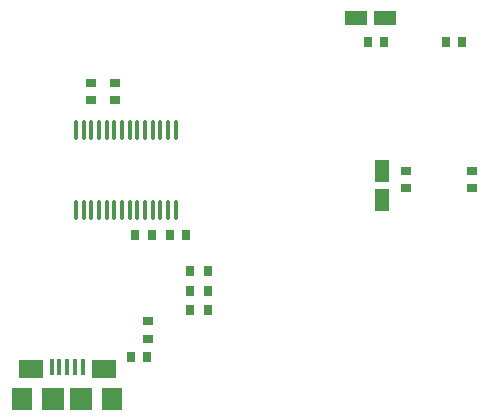
<source format=gbp>
G04 Layer_Color=128*
%FSLAX24Y24*%
%MOIN*%
G70*
G01*
G75*
%ADD10R,0.0354X0.0315*%
%ADD12R,0.0354X0.0276*%
%ADD22R,0.0315X0.0354*%
%ADD28R,0.0276X0.0354*%
%ADD49R,0.0768X0.0512*%
%ADD50R,0.0512X0.0768*%
%ADD51O,0.0138X0.0709*%
%ADD52R,0.0748X0.0748*%
%ADD53R,0.0709X0.0748*%
%ADD54R,0.0157X0.0532*%
%ADD55R,0.0827X0.0630*%
D10*
X24100Y42226D02*
D03*
Y41674D02*
D03*
X36800Y39276D02*
D03*
Y38724D02*
D03*
X34600Y39276D02*
D03*
Y38724D02*
D03*
X24900Y41674D02*
D03*
Y42226D02*
D03*
D12*
X26000Y33705D02*
D03*
Y34295D02*
D03*
D22*
X26724Y37150D02*
D03*
X27276D02*
D03*
X25574Y37150D02*
D03*
X26126D02*
D03*
X35924Y43600D02*
D03*
X36476D02*
D03*
X25976Y33100D02*
D03*
X25424D02*
D03*
X33876Y43600D02*
D03*
X33324D02*
D03*
D28*
X27405Y34650D02*
D03*
X27995D02*
D03*
X27405Y35300D02*
D03*
X27995D02*
D03*
X27405Y35950D02*
D03*
X27995D02*
D03*
D49*
X33882Y44400D02*
D03*
X32918D02*
D03*
D50*
X33800Y39282D02*
D03*
Y38318D02*
D03*
D51*
X23596Y40668D02*
D03*
X23852D02*
D03*
X24107D02*
D03*
X24363D02*
D03*
X24619D02*
D03*
X24875D02*
D03*
X25131D02*
D03*
X25387D02*
D03*
X25643D02*
D03*
X25899D02*
D03*
X26155D02*
D03*
X26411D02*
D03*
X26667D02*
D03*
X26922D02*
D03*
X23596Y37991D02*
D03*
X23852D02*
D03*
X24107D02*
D03*
X24363D02*
D03*
X24619D02*
D03*
X24875D02*
D03*
X25131D02*
D03*
X25387D02*
D03*
X25643D02*
D03*
X25899D02*
D03*
X26155D02*
D03*
X26411D02*
D03*
X26667D02*
D03*
X26922D02*
D03*
D52*
X22828Y31700D02*
D03*
X23772D02*
D03*
D53*
X21804D02*
D03*
X24796D02*
D03*
D54*
X23300Y32753D02*
D03*
X23556D02*
D03*
X23812D02*
D03*
X23044D02*
D03*
X22788D02*
D03*
D55*
X24520Y32704D02*
D03*
X22080D02*
D03*
M02*

</source>
